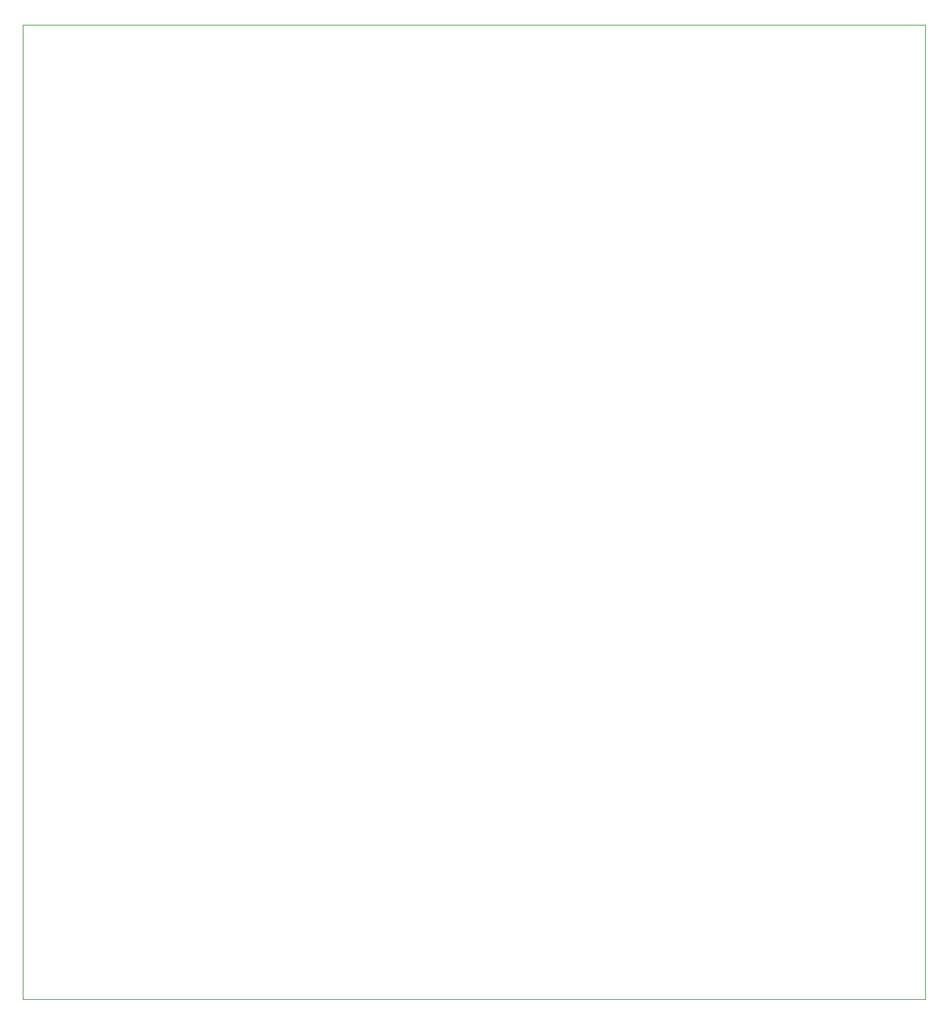
<source format=gbr>
%TF.GenerationSoftware,KiCad,Pcbnew,5.1.10-88a1d61d58~88~ubuntu20.10.1*%
%TF.CreationDate,2021-06-16T00:04:35+02:00*%
%TF.ProjectId,vca-8,7663612d-382e-46b6-9963-61645f706362,v1.0.0*%
%TF.SameCoordinates,Original*%
%TF.FileFunction,Profile,NP*%
%FSLAX46Y46*%
G04 Gerber Fmt 4.6, Leading zero omitted, Abs format (unit mm)*
G04 Created by KiCad (PCBNEW 5.1.10-88a1d61d58~88~ubuntu20.10.1) date 2021-06-16 00:04:35*
%MOMM*%
%LPD*%
G01*
G04 APERTURE LIST*
%TA.AperFunction,Profile*%
%ADD10C,0.050000*%
%TD*%
G04 APERTURE END LIST*
D10*
X28000000Y-17000000D02*
X142000000Y-17000000D01*
X28000000Y-140000000D02*
X28000000Y-17000000D01*
X142000000Y-140000000D02*
X28000000Y-140000000D01*
X142000000Y-137000000D02*
X142000000Y-140000000D01*
X142000000Y-17000000D02*
X142000000Y-137000000D01*
M02*

</source>
